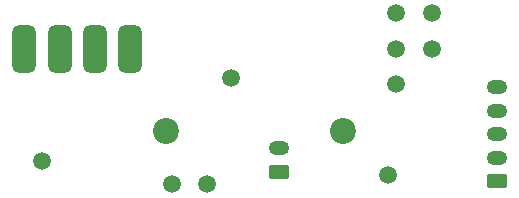
<source format=gbs>
%TF.GenerationSoftware,KiCad,Pcbnew,9.0.7+1*%
%TF.CreationDate,2026-03-08T20:55:26+00:00*%
%TF.ProjectId,Test_5,54657374-5f35-42e6-9b69-6361645f7063,NO_TAG+ (Unreleased)*%
%TF.SameCoordinates,Original*%
%TF.FileFunction,Soldermask,Bot*%
%TF.FilePolarity,Negative*%
%FSLAX46Y46*%
G04 Gerber Fmt 4.6, Leading zero omitted, Abs format (unit mm)*
G04 Created by KiCad (PCBNEW 9.0.7+1) date 2026-03-08 20:55:26*
%MOMM*%
%LPD*%
G01*
G04 APERTURE LIST*
G04 Aperture macros list*
%AMRoundRect*
0 Rectangle with rounded corners*
0 $1 Rounding radius*
0 $2 $3 $4 $5 $6 $7 $8 $9 X,Y pos of 4 corners*
0 Add a 4 corners polygon primitive as box body*
4,1,4,$2,$3,$4,$5,$6,$7,$8,$9,$2,$3,0*
0 Add four circle primitives for the rounded corners*
1,1,$1+$1,$2,$3*
1,1,$1+$1,$4,$5*
1,1,$1+$1,$6,$7*
1,1,$1+$1,$8,$9*
0 Add four rect primitives between the rounded corners*
20,1,$1+$1,$2,$3,$4,$5,0*
20,1,$1+$1,$4,$5,$6,$7,0*
20,1,$1+$1,$6,$7,$8,$9,0*
20,1,$1+$1,$8,$9,$2,$3,0*%
G04 Aperture macros list end*
%ADD10C,2.200000*%
%ADD11RoundRect,0.500000X0.500000X1.500000X-0.500000X1.500000X-0.500000X-1.500000X0.500000X-1.500000X0*%
%ADD12C,1.500000*%
%ADD13RoundRect,0.250000X0.625000X-0.350000X0.625000X0.350000X-0.625000X0.350000X-0.625000X-0.350000X0*%
%ADD14O,1.750000X1.200000*%
G04 APERTURE END LIST*
D10*
%TO.C,REF\u002A\u002A*%
X15500000Y7000000D03*
%TD*%
%TO.C,REF\u002A\u002A*%
X30500000Y7000000D03*
%TD*%
D11*
%TO.C,TP12*%
X3500000Y14000000D03*
%TD*%
D12*
%TO.C,TP1*%
X5000000Y4500000D03*
%TD*%
D13*
%TO.C,J2*%
X43500000Y2750000D03*
D14*
X43500000Y4750000D03*
X43500000Y6750000D03*
X43500000Y8750000D03*
X43500000Y10750000D03*
%TD*%
D12*
%TO.C,TP8*%
X38000000Y14000000D03*
%TD*%
%TO.C,TP3*%
X16000000Y2500000D03*
%TD*%
%TO.C,TP10*%
X35000000Y17000000D03*
%TD*%
%TO.C,TP7*%
X35000000Y14000000D03*
%TD*%
D11*
%TO.C,TP14*%
X9500000Y14000000D03*
%TD*%
%TO.C,TP13*%
X6500000Y14000000D03*
%TD*%
D12*
%TO.C,TP6*%
X35000000Y11000000D03*
%TD*%
%TO.C,TP9*%
X38000000Y17000000D03*
%TD*%
%TO.C,TP2*%
X21000000Y11500000D03*
%TD*%
%TO.C,TP4*%
X19000000Y2500000D03*
%TD*%
D11*
%TO.C,TP11*%
X12500000Y14000000D03*
%TD*%
D13*
%TO.C,J1*%
X25050000Y3550000D03*
D14*
X25050000Y5550000D03*
%TD*%
D12*
%TO.C,TP5*%
X34324797Y3291770D03*
%TD*%
M02*

</source>
